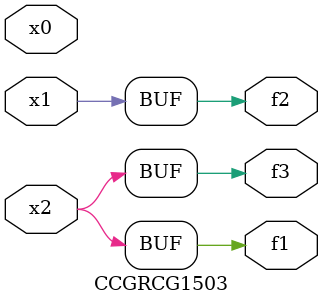
<source format=v>
module CCGRCG1503(
	input x0, x1, x2,
	output f1, f2, f3
);
	assign f1 = x2;
	assign f2 = x1;
	assign f3 = x2;
endmodule

</source>
